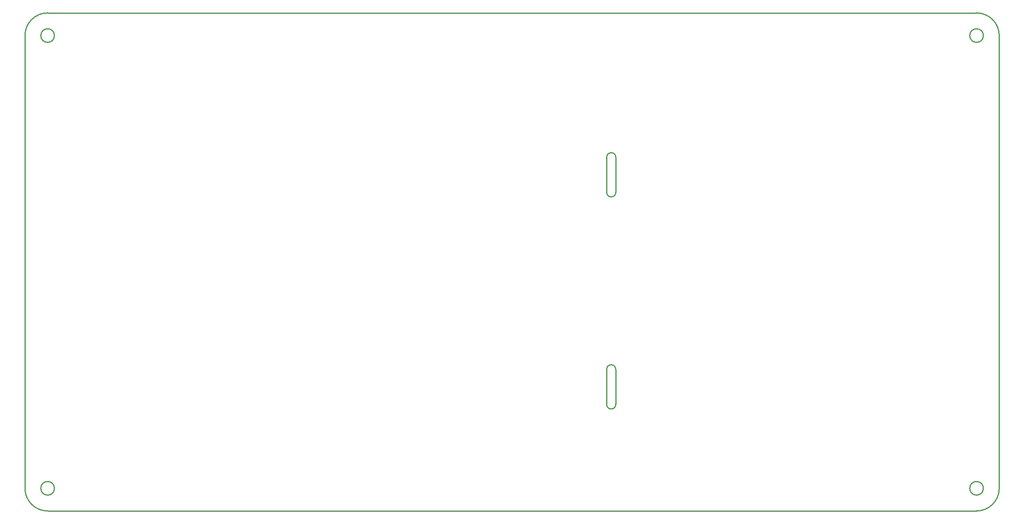
<source format=gbr>
%TF.GenerationSoftware,Altium Limited,Altium Designer,24.3.1 (35)*%
G04 Layer_Color=16711935*
%FSLAX43Y43*%
%MOMM*%
%TF.SameCoordinates,76E1361F-AA3B-45A8-A24B-41510BF92E79*%
%TF.FilePolarity,Positive*%
%TF.FileFunction,Keep-out,Top*%
%TF.Part,Single*%
G01*
G75*
%TA.AperFunction,NonConductor*%
%ADD95C,0.254*%
D95*
X128386Y70375D02*
G03*
X130386Y70375I1000J0D01*
G01*
Y78125D02*
G03*
X128386Y78125I-1000J0D01*
G01*
X130369Y31279D02*
G03*
X128369Y31279I-1000J0D01*
G01*
Y23529D02*
G03*
X130369Y23529I1000J0D01*
G01*
X6500Y5000D02*
G03*
X6500Y5000I-1500J0D01*
G01*
X0D02*
G03*
X5000Y0I5000J0D01*
G01*
X210000D02*
G03*
X215000Y5000I0J5000D01*
G01*
X211500D02*
G03*
X211500Y5000I-1500J0D01*
G01*
X215000Y105000D02*
G03*
X210000Y110000I-5000J0D01*
G01*
X211500Y105000D02*
G03*
X211500Y105000I-1500J0D01*
G01*
X6500D02*
G03*
X6500Y105000I-1500J0D01*
G01*
X5000Y110000D02*
G03*
X0Y105000I0J-5000D01*
G01*
X130386Y70375D02*
Y78125D01*
X128386Y70375D02*
Y78125D01*
X128369Y23529D02*
Y31279D01*
X130369Y23529D02*
Y31279D01*
X215000Y105000D02*
X215000Y4950D01*
X0Y105024D02*
X0Y5000D01*
X5000Y110000D02*
X210000Y110000D01*
X5000Y0D02*
X210025Y0D01*
%TF.MD5,f4954aae26dd438e2fa28ee8cb67d879*%
M02*

</source>
